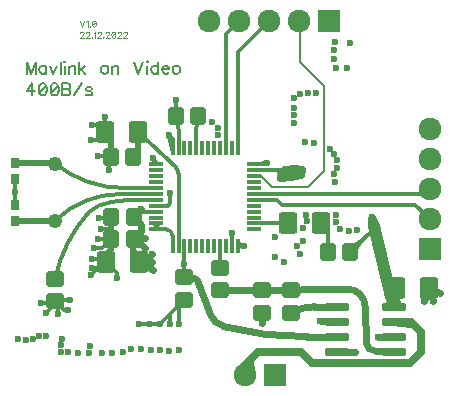
<source format=gbr>
G04 DipTrace 4.3.0.3*
G04 GTL.gbr*
%MOMM*%
G04 #@! TF.FileFunction,Copper,L1,Top*
G04 #@! TF.Part,Single*
%AMOUTLINE2*
4,1,28,
0.503,-0.65,
-0.503,-0.65,
-0.56693,-0.64158,
-0.6265,-0.61691,
-0.67766,-0.57766,
-0.71691,-0.5265,
-0.74158,-0.46693,
-0.75,-0.403,
-0.75,0.403,
-0.74158,0.46693,
-0.71691,0.5265,
-0.67766,0.57766,
-0.6265,0.61691,
-0.56693,0.64158,
-0.503,0.65,
0.503,0.65,
0.56693,0.64158,
0.6265,0.61691,
0.67766,0.57766,
0.71691,0.5265,
0.74158,0.46693,
0.75,0.403,
0.75,-0.403,
0.74158,-0.46693,
0.71691,-0.5265,
0.67766,-0.57766,
0.6265,-0.61691,
0.56693,-0.64158,
0.503,-0.65,
0*%
%AMOUTLINE4*
4,1,28,
-0.79999,-0.66002,
-0.80001,0.65998,
-0.79184,0.7221,
-0.76786,0.77998,
-0.72972,0.82969,
-0.68002,0.86783,
-0.62214,0.89181,
-0.56002,0.89999,
0.55998,0.90001,
0.6221,0.89184,
0.67998,0.86786,
0.72969,0.82972,
0.76783,0.78002,
0.79181,0.72213,
0.79999,0.66002,
0.80001,-0.65998,
0.79184,-0.7221,
0.76786,-0.77998,
0.72972,-0.82969,
0.68002,-0.86783,
0.62214,-0.89181,
0.56002,-0.89999,
-0.55998,-0.90001,
-0.6221,-0.89184,
-0.67998,-0.86786,
-0.72969,-0.82972,
-0.76783,-0.78002,
-0.79181,-0.72213,
-0.79999,-0.66002,
0*%
%AMOUTLINE6*
4,1,28,
-0.65,-0.503,
-0.65,0.503,
-0.64158,0.56693,
-0.61691,0.6265,
-0.57766,0.67766,
-0.5265,0.71691,
-0.46693,0.74158,
-0.403,0.75,
0.403,0.75,
0.46693,0.74158,
0.5265,0.71691,
0.57766,0.67766,
0.61691,0.6265,
0.64158,0.56693,
0.65,0.503,
0.65,-0.503,
0.64158,-0.56693,
0.61691,-0.6265,
0.57766,-0.67766,
0.5265,-0.71691,
0.46693,-0.74158,
0.403,-0.75,
-0.403,-0.75,
-0.46693,-0.74158,
-0.5265,-0.71691,
-0.57766,-0.67766,
-0.61691,-0.6265,
-0.64158,-0.56693,
-0.65,-0.503,
0*%
%AMOUTLINE8*
4,1,28,
0.8,0.66,
0.8,-0.66,
0.79182,-0.72212,
0.76785,-0.78,
0.72971,-0.82971,
0.68,-0.86785,
0.62212,-0.89182,
0.56,-0.9,
-0.56,-0.9,
-0.62212,-0.89182,
-0.68,-0.86785,
-0.72971,-0.82971,
-0.76785,-0.78,
-0.79182,-0.72212,
-0.8,-0.66,
-0.8,0.66,
-0.79182,0.72212,
-0.76785,0.78,
-0.72971,0.82971,
-0.68,0.86785,
-0.62212,0.89182,
-0.56,0.9,
0.56,0.9,
0.62212,0.89182,
0.68,0.86785,
0.72971,0.82971,
0.76785,0.78,
0.79182,0.72212,
0.8,0.66,
0*%
%AMOUTLINE10*
4,1,28,
-0.503,0.65,
0.503,0.65,
0.56693,0.64158,
0.6265,0.61691,
0.67766,0.57766,
0.71691,0.5265,
0.74158,0.46693,
0.75,0.403,
0.75,-0.403,
0.74158,-0.46693,
0.71691,-0.5265,
0.67766,-0.57766,
0.6265,-0.61691,
0.56693,-0.64158,
0.503,-0.65,
-0.503,-0.65,
-0.56693,-0.64158,
-0.6265,-0.61691,
-0.67766,-0.57766,
-0.71691,-0.5265,
-0.74158,-0.46693,
-0.75,-0.403,
-0.75,0.403,
-0.74158,0.46693,
-0.71691,0.5265,
-0.67766,0.57766,
-0.6265,0.61691,
-0.56693,0.64158,
-0.503,0.65,
0*%
%AMOUTLINE12*
4,1,28,
0.63,0.07,
0.63,-0.07,
0.62727,-0.09071,
0.61928,-0.11,
0.60657,-0.12657,
0.59,-0.13928,
0.57071,-0.14727,
0.55,-0.15,
-0.55,-0.15,
-0.57071,-0.14727,
-0.59,-0.13928,
-0.60657,-0.12657,
-0.61928,-0.11,
-0.62727,-0.09071,
-0.63,-0.07,
-0.63,0.07,
-0.62727,0.09071,
-0.61928,0.11,
-0.60657,0.12657,
-0.59,0.13928,
-0.57071,0.14727,
-0.55,0.15,
0.55,0.15,
0.57071,0.14727,
0.59,0.13928,
0.60657,0.12657,
0.61928,0.11,
0.62727,0.09071,
0.63,0.07,
0*%
%AMOUTLINE14*
4,1,28,
-0.07,0.63,
0.07,0.63,
0.09071,0.62727,
0.11,0.61928,
0.12657,0.60657,
0.13928,0.59,
0.14727,0.57071,
0.15,0.55,
0.15,-0.55,
0.14727,-0.57071,
0.13928,-0.59,
0.12657,-0.60657,
0.11,-0.61928,
0.09071,-0.62727,
0.07,-0.63,
-0.07,-0.63,
-0.09071,-0.62727,
-0.11,-0.61928,
-0.12657,-0.60657,
-0.13928,-0.59,
-0.14727,-0.57071,
-0.15,-0.55,
-0.15,0.55,
-0.14727,0.57071,
-0.13928,0.59,
-0.12657,0.60657,
-0.11,0.61928,
-0.09071,0.62727,
-0.07,0.63,
0*%
%AMOUTLINE16*
4,1,28,
-0.63,-0.07,
-0.63,0.07,
-0.62727,0.09071,
-0.61928,0.11,
-0.60657,0.12657,
-0.59,0.13928,
-0.57071,0.14727,
-0.55,0.15,
0.55,0.15,
0.57071,0.14727,
0.59,0.13928,
0.60657,0.12657,
0.61928,0.11,
0.62727,0.09071,
0.63,0.07,
0.63,-0.07,
0.62727,-0.09071,
0.61928,-0.11,
0.60657,-0.12657,
0.59,-0.13928,
0.57071,-0.14727,
0.55,-0.15,
-0.55,-0.15,
-0.57071,-0.14727,
-0.59,-0.13928,
-0.60657,-0.12657,
-0.61928,-0.11,
-0.62727,-0.09071,
-0.63,-0.07,
0*%
%AMOUTLINE18*
4,1,28,
0.07,-0.63,
-0.07,-0.63,
-0.09071,-0.62727,
-0.11,-0.61928,
-0.12657,-0.60657,
-0.13928,-0.59,
-0.14727,-0.57071,
-0.15,-0.55,
-0.15,0.55,
-0.14727,0.57071,
-0.13928,0.59,
-0.12657,0.60657,
-0.11,0.61928,
-0.09071,0.62727,
-0.07,0.63,
0.07,0.63,
0.09071,0.62727,
0.11,0.61928,
0.12657,0.60657,
0.13928,0.59,
0.14727,0.57071,
0.15,0.55,
0.15,-0.55,
0.14727,-0.57071,
0.13928,-0.59,
0.12657,-0.60657,
0.11,-0.61928,
0.09071,-0.62727,
0.07,-0.63,
0*%
%AMOUTLINE20*
4,1,28,
1.035,0.165,
1.035,-0.165,
1.02955,-0.20641,
1.01356,-0.245,
0.98814,-0.27814,
0.955,-0.30356,
0.91641,-0.31955,
0.875,-0.325,
-0.875,-0.325,
-0.91641,-0.31955,
-0.955,-0.30356,
-0.98814,-0.27814,
-1.01356,-0.245,
-1.02955,-0.20641,
-1.035,-0.165,
-1.035,0.165,
-1.02955,0.20641,
-1.01356,0.245,
-0.98814,0.27814,
-0.955,0.30356,
-0.91641,0.31955,
-0.875,0.325,
0.875,0.325,
0.91641,0.31955,
0.955,0.30356,
0.98814,0.27814,
1.01356,0.245,
1.02955,0.20641,
1.035,0.165,
0*%
%AMOUTLINE22*
4,1,28,
-1.035,-0.165,
-1.035,0.165,
-1.02955,0.20641,
-1.01356,0.245,
-0.98814,0.27814,
-0.955,0.30356,
-0.91641,0.31955,
-0.875,0.325,
0.875,0.325,
0.91641,0.31955,
0.955,0.30356,
0.98814,0.27814,
1.01356,0.245,
1.02955,0.20641,
1.035,0.165,
1.035,-0.165,
1.02955,-0.20641,
1.01356,-0.245,
0.98814,-0.27814,
0.955,-0.30356,
0.91641,-0.31955,
0.875,-0.325,
-0.875,-0.325,
-0.91641,-0.31955,
-0.955,-0.30356,
-0.98814,-0.27814,
-1.01356,-0.245,
-1.02955,-0.20641,
-1.035,-0.165,
0*%
G04 #@! TA.AperFunction,Conductor*
%ADD15C,0.35*%
%ADD16C,0.3*%
G04 #@! TA.AperFunction,ViaPad*
%ADD17C,0.6*%
G04 #@! TA.AperFunction,Conductor*
%ADD18C,1.0*%
%ADD20C,0.65*%
%ADD23C,0.7*%
%ADD24C,0.5*%
%ADD25C,0.203*%
%ADD26C,0.4*%
%ADD32R,0.7X0.9*%
G04 #@! TA.AperFunction,ComponentPad*
%ADD33R,1.92X1.92*%
%ADD34C,1.92*%
%ADD39C,1.2192*%
%ADD55C,0.15686*%
%ADD56C,0.07843*%
%ADD59OUTLINE2*%
%ADD61OUTLINE4*%
%ADD63OUTLINE6*%
%ADD65OUTLINE8*%
%ADD67OUTLINE10*%
%ADD69OUTLINE12*%
%ADD71OUTLINE14*%
%ADD73OUTLINE16*%
%ADD75OUTLINE18*%
%ADD77OUTLINE20*%
%ADD79OUTLINE22*%
%FSLAX35Y35*%
G04*
G71*
G90*
G75*
G01*
G04 Top*
%LPD*%
G36*
X3200507Y3185000D2*
X3217990Y3198055D1*
X3220681Y3199380D1*
X3234099Y3159580D1*
X3231407Y3158256D1*
X3220072Y3155083D1*
X3200507Y3185000D1*
G37*
G36*
X3211804Y3156577D2*
X3196586Y3184151D1*
X3195086Y3184138D1*
X3198576Y3159255D1*
X3200076Y3159268D1*
X3203500Y3165738D1*
X3211804Y3156577D1*
G37*
G36*
X3233296Y3167534D2*
X3235762Y3182123D1*
Y3183623D1*
X3202500Y3185000D1*
X3201000D1*
X3233296Y3167534D1*
G37*
X3245000Y3185000D2*
D15*
X3218500D1*
D16*
Y3170000D1*
X3138000D1*
G36*
X3007067Y2497000D2*
X3034470Y2501875D1*
X3037467Y2501735D1*
X3035716Y2459771D1*
X3032719Y2459911D1*
X3007067Y2467000D1*
Y2497000D1*
G37*
G36*
X3013687Y2477428D2*
Y2519235D1*
X3015000Y2519959D1*
X3043516Y2495598D1*
X3013687Y2477428D1*
G37*
G36*
X2998850Y2467044D2*
X3031158Y2464552D1*
X3032658D1*
Y2499448D1*
X3031158D1*
X2998850Y2496956D1*
Y2467044D1*
G37*
X3055000Y2480000D2*
D15*
X3034500D1*
X3032500Y2482000D1*
D16*
X3000000D1*
G36*
X2429986Y3424763D2*
X2460021Y3370408D1*
X2460556Y3369006D1*
X2435535Y3268404D1*
X2435000Y3269805D1*
X2405237Y3400014D1*
X2429986Y3424763D1*
G37*
G36*
X2433567Y3372901D2*
X2416966Y3385065D1*
X2415655Y3387762D1*
X2443657Y3419065D1*
X2444969Y3416367D1*
X2444623Y3406000D1*
X2433567Y3372901D1*
G37*
G36*
X2464983Y3335287D2*
X2467480Y3387668D1*
Y3389168D1*
X2432520D1*
Y3387668D1*
X2435017Y3335287D1*
X2464983D1*
G37*
X2450000Y3308000D2*
D16*
Y3388500D1*
D15*
X2441500D1*
X2415000Y3415000D1*
G36*
X2297000Y3185863D2*
X2279331Y3190007D1*
X2276954Y3191837D1*
X2307596Y3220561D1*
X2309973Y3218731D1*
X2325319Y3189900D1*
X2297000Y3185863D1*
G37*
G36*
X2297626Y3222123D2*
X2324582Y3185000D1*
X2324946Y3183545D1*
X2271517D1*
X2271153Y3185000D1*
X2272877Y3197374D1*
X2297626Y3222123D1*
G37*
G36*
X2326730Y3167167D2*
X2329185Y3179695D1*
Y3181195D1*
X2294815D1*
Y3179695D1*
X2297270Y3167167D1*
X2326730D1*
G37*
X2280000Y3220000D2*
D15*
Y3215000D1*
X2312000Y3183000D1*
D16*
Y3170000D1*
G36*
X4117500Y2677000D2*
X4114000Y2703576D1*
Y2706576D1*
X4156000D1*
Y2703576D1*
X4152500Y2677000D1*
X4117500D1*
G37*
G36*
X4054158Y2504409D2*
X4020000Y2445388D1*
X4015404Y2440792D1*
X3983071Y2500404D1*
X3987667Y2505000D1*
X4029409Y2529158D1*
X4054158Y2504409D1*
G37*
X4135000Y2725000D2*
D15*
Y2610000D1*
X3955000Y2430000D1*
G36*
X4334279Y2053386D2*
X4367897Y1998000D1*
X4368190Y1994763D1*
X4256258D1*
X4255965Y1998000D1*
X4271174Y2037807D1*
X4334279Y2053386D1*
G37*
G36*
X4105000Y2725089D2*
X4104174Y2647481D1*
X4104893Y2644569D1*
X4199079Y2667820D1*
X4198360Y2670733D1*
X4161512Y2739040D1*
X4105000Y2725089D1*
G37*
G36*
X4354982Y1966573D2*
X4352699Y2047247D1*
X4351920Y2050402D1*
X4256948Y2026956D1*
X4257727Y2023801D1*
X4293250Y1951333D1*
X4354982Y1966573D1*
G37*
G36*
D2*
X4352699Y2047247D1*
X4351920Y2050402D1*
X4256948Y2026956D1*
X4257727Y2023801D1*
X4293250Y1951333D1*
X4354982Y1966573D1*
G37*
X4135000Y2725000D2*
D17*
X4154173Y2647333D1*
D18*
X4302727Y2045597D1*
D20*
X4322500Y1965500D1*
G36*
X4362744Y2054242D2*
X4384703Y1998000D1*
X4384547Y1994754D1*
X4271090D1*
X4271246Y1998000D1*
X4303125Y2060995D1*
X4362744Y2054242D1*
G37*
X4340000Y2120000D2*
D17*
X4322500Y1965500D1*
X2650000Y3308000D2*
D16*
Y3388500D1*
D15*
Y3475000D1*
G02X2665000Y3580000I264630J15767D01*
G01*
G36*
X2464564Y2585543D2*
X2464999Y2537093D1*
X2450000Y2482000D1*
X2450780Y2543719D1*
X2450000Y2545000D1*
X2431006Y2575601D1*
X2464564Y2585543D1*
G37*
G36*
X2464983Y2509287D2*
X2467480Y2561668D1*
Y2563168D1*
X2432520D1*
Y2561668D1*
X2435017Y2509287D1*
X2464983D1*
G37*
G36*
X2377500Y2605000D2*
Y2620000D1*
X2379000D1*
X2395000Y2636000D1*
Y2635000D1*
X2377500Y2605000D1*
G37*
X2450000Y2482000D2*
D16*
Y2562500D1*
D15*
G03X2395000Y2620000I-55018J2428D01*
G01*
D16*
X2312000D1*
G36*
X2297000Y2625000D2*
X2282000Y2655000D1*
Y2656500D1*
X2342000D1*
Y2655000D1*
X2327000Y2625000D1*
X2297000D1*
G37*
G36*
X2327000Y2665000D2*
X2342000Y2635000D1*
Y2633500D1*
X2282000D1*
Y2635000D1*
X2297000Y2665000D1*
X2327000D1*
G37*
X2312000Y2670000D2*
D16*
Y2620000D1*
X2500000Y2482000D2*
Y2562500D1*
D15*
Y3085000D1*
G03X2475000Y3145000I-84463J15D01*
G01*
X2159973Y3447073D1*
D24*
Y3279973D1*
X2115000Y3235000D1*
X3000000Y3308000D2*
D16*
Y3388500D1*
D15*
Y4118000D1*
X3267000Y4385000D1*
X3138000Y3070000D2*
D25*
X3200000D1*
X3290000Y2980000D1*
X3600000D1*
X3730000Y3110000D1*
Y3830000D1*
X3525000Y4035000D1*
Y4381000D1*
X3521000Y4385000D1*
X2900000Y3308000D2*
D16*
Y3388500D1*
D15*
Y4272000D1*
X3013000Y4385000D1*
X2500000Y3308000D2*
D16*
Y3388500D1*
D15*
Y3465000D1*
G03X2475000Y3580000I-203834J15906D01*
G01*
X1885000Y2340000D2*
D24*
Y2405000D1*
X1925000Y2445000D1*
Y2535000D1*
X1930000Y2540000D1*
Y2625000D1*
Y2725000D1*
X1925000Y3235000D2*
Y3402047D1*
X1879973Y3447073D1*
X2430000Y2925000D2*
D15*
Y2840000D1*
X2410000Y2820000D1*
X2392500D1*
D16*
X2312000D1*
X2475000Y3715000D2*
D15*
Y3580000D1*
X1880000Y3570000D2*
Y3447100D1*
X1879973Y3447073D1*
X1765000Y3500000D2*
X1827047D1*
X1879973Y3447073D1*
X1760000Y3380000D2*
X1812900D1*
X1879973Y3447073D1*
X1820000Y3240000D2*
X1925000D1*
Y3235000D1*
X1910000Y3125000D2*
Y3220000D1*
X1925000Y3235000D1*
X1115000Y2940000D2*
Y3050000D1*
Y2940000D2*
Y2825000D1*
X1825000Y2715000D2*
X1920000D1*
X1930000Y2725000D1*
X1840000Y2625000D2*
X1930000D1*
X1820000Y2535000D2*
X1925000D1*
X1930000Y2540000D1*
X1780000Y2460000D2*
X1850000D1*
X1930000Y2540000D1*
X1770000Y2365000D2*
X1860000D1*
X1885000Y2340000D1*
X1765000Y2295000D2*
X1840000D1*
X1885000Y2340000D1*
X1760000Y2230000D2*
X1870000Y2340000D1*
X1885000D1*
X1975000Y2210000D2*
Y2250000D1*
X1885000Y2340000D1*
X2425000Y1815000D2*
Y1900000D1*
X2550000Y2025000D1*
X2505000Y1815000D2*
Y1980000D1*
X2550000Y2025000D1*
X2345000Y1815000D2*
Y1820000D1*
X2550000Y2025000D1*
X1335000Y2000000D2*
X1445000D1*
X1455000Y2010000D1*
X1380000Y1915000D2*
X1455000Y1990000D1*
Y2010000D1*
X1480000Y1905000D2*
Y1985000D1*
X1455000Y2010000D1*
X1565000Y1935000D2*
X1530000D1*
X1455000Y2010000D1*
X1580000Y2020000D2*
X1465000D1*
X1455000Y2010000D1*
X2950000Y2590000D2*
D16*
Y2482000D1*
X3360000Y3110000D2*
D15*
Y3120000D1*
X3218500D1*
D16*
X3138000D1*
X3360000Y3110000D2*
D15*
Y3055000D1*
X2255000Y1815000D2*
X2345000D1*
X2165000D2*
X2255000D1*
X3700000Y1840000D2*
D26*
X3705000D1*
D17*
X3836000D1*
X3837500Y1838500D1*
X4190000Y1710000D2*
X4321000D1*
X4322500Y1711500D1*
X3995000Y1580000D2*
X3842000D1*
X3837500Y1584500D1*
X3205000Y1825000D2*
Y1915000D1*
X4580000Y2010000D2*
X4620000Y2120000D1*
X4655000Y2010000D2*
X4620000Y2120000D1*
X4715000Y2085000D2*
X4620000Y2120000D1*
X3360000Y3055000D2*
X3440000Y3060000D1*
X3540000Y3080000D1*
X3545000Y3135000D1*
X3480000Y3140000D1*
X3410000Y3135000D1*
X3391667Y3127950D1*
D26*
X3360000Y3110000D1*
X3440000Y3060000D2*
D17*
X3410000Y3135000D1*
X3480000Y3140000D2*
X3440000Y3060000D1*
X3540000Y3080000D2*
X3480000Y3140000D1*
X3360000Y3055000D2*
X3410000Y3135000D1*
X3138000Y2670000D2*
D16*
X3218500D1*
D15*
X3430000D1*
X3138000Y2920000D2*
D16*
X3218500D1*
D15*
X4587000D1*
X4625000Y2958000D1*
X3138000Y2870000D2*
D16*
X3218500D1*
D15*
X3335000D1*
X3375000Y2830000D1*
X4499000D1*
X4625000Y2704000D1*
X2312000Y2870000D2*
D16*
X2231500D1*
D15*
X2170000D1*
X2040000Y2865000D1*
G03X1820000Y2820000I26523J-689946D01*
G01*
G03X1740000Y2765000I73657J-192819D01*
G01*
G03X1455000Y2200000I902172J-809458D01*
G01*
X2312000Y2970000D2*
D16*
X2231500D1*
D15*
X2040000D1*
G02X1455000Y3176300I-17J932536D01*
G01*
X1115000Y3180000D2*
D24*
X1455000D1*
Y3176300D1*
X2312000Y2920000D2*
D16*
X2231500D1*
D15*
X2010000D1*
G03X1455000Y2693700I-15J-793681D01*
G01*
X1115000Y2695000D2*
D24*
X1455000D1*
Y2693700D1*
X2850000Y2482000D2*
D16*
Y2401527D1*
D15*
Y2295000D1*
X2855000D1*
X2165000Y2340000D2*
D24*
Y2390000D1*
X2115000Y2440000D1*
Y2535000D1*
X2120000Y2540000D1*
X2312000Y2770000D2*
D16*
X2231500D1*
D15*
X2165000D1*
X2120000Y2725000D1*
X2185000Y2795000D2*
D17*
X2138430Y2748430D1*
D18*
Y2743430D1*
X2120000Y2725000D1*
X2220000Y2545000D2*
D17*
X2155000D1*
D23*
X2125000D1*
X2120000Y2540000D1*
X2215000Y2465000D2*
D17*
X2169037Y2510963D1*
D23*
X2149037D1*
X2120000Y2540000D1*
X2275000Y2415000D2*
D17*
X2229037Y2369037D1*
D23*
X2194037D1*
X2165000Y2340000D1*
X2275000Y2345000D2*
D17*
X2210000D1*
D23*
X2170000D1*
X2165000Y2340000D1*
X2280000Y2275000D2*
D17*
X2234037Y2320963D1*
D23*
X2184037D1*
X2165000Y2340000D1*
X2185000Y2630000D2*
D17*
Y2605000D1*
X2120000Y2540000D1*
X2185000Y2630000D2*
Y2660000D1*
X2120000Y2725000D1*
X2550000Y2215000D2*
D15*
Y2330000D1*
Y2401500D1*
D16*
Y2482000D1*
Y2330000D2*
D15*
Y2201523D1*
Y2215000D1*
Y2330000D2*
D3*
Y2215000D2*
X2525000Y2190000D1*
X2561523D1*
X2550000Y2201523D1*
X3837500Y1711500D2*
D17*
X3590000D1*
G02X2890000Y1795000I-33455J2695420D01*
G01*
G02X2765000Y1905000I44673J176787D01*
G01*
X2660000Y2190000D1*
G03X2645000Y2200000I-14344J-5267D01*
G01*
G02X2550000Y2215000I-10188J243806D01*
G01*
X3837500Y1965500D2*
X3650000D1*
G03X3455000Y1915000I4153J-417770D01*
G01*
G36*
X4467634Y1787869D2*
X4233825Y1806043D1*
X4322500Y1838500D1*
X4414915Y1870227D1*
X4517131Y1837366D1*
X4467634Y1787869D1*
G37*
G36*
X3136354Y1496857D2*
X3151452Y1428749D1*
X3149856Y1419283D1*
X3022372Y1461843D1*
X3023968Y1471310D1*
X3043174Y1502480D1*
X3136354Y1496857D1*
G37*
X4322500Y1838500D2*
D23*
X4466500D1*
X4555000Y1750000D1*
Y1585000D1*
X4460000Y1490000D1*
X3630000D1*
X3535000Y1585000D1*
X3175000D1*
X3070000Y1480000D1*
Y1389000D1*
X3066000Y1385000D1*
X2855000Y2105000D2*
D17*
X3455000D1*
X3610513Y2112027D1*
X3930000Y2115000D1*
G02X4080000Y1965000I1398J-148602D01*
G01*
X4090000Y1660000D1*
G03X4165000Y1590000I72364J2354D01*
G01*
G02X4322500Y1584500I39895J-1115419D01*
G01*
X3455000Y2105000D2*
D3*
X3205000D2*
X3455000D1*
X3710000Y2670000D2*
D15*
X3765000D1*
Y2430000D1*
D17*
X3245000Y3185000D3*
X3055000Y2480000D3*
X2415000Y3415000D3*
X2280000Y3220000D3*
X2220000Y2545000D3*
X2215000Y2465000D3*
X2275000Y2415000D3*
Y2345000D3*
X2280000Y2275000D3*
X2185000Y2630000D3*
Y2795000D3*
X2475000Y3715000D3*
X1880000Y3570000D3*
X1765000Y3500000D3*
X1760000Y3380000D3*
X1820000Y3240000D3*
X1910000Y3125000D3*
X2430000Y2925000D3*
X1115000Y2940000D3*
X1770000Y2365000D3*
X1765000Y2295000D3*
X1760000Y2230000D3*
X1780000Y2460000D3*
X1820000Y2535000D3*
X1840000Y2625000D3*
X1825000Y2715000D3*
X4190000Y1710000D3*
X3995000Y1580000D3*
X1975000Y2210000D3*
X2165000Y1815000D3*
X2255000D3*
X2505000D3*
X2425000D3*
X2345000D3*
X3700000Y1840000D3*
X3540000Y3080000D3*
X3440000Y3060000D3*
X3360000Y3055000D3*
X1335000Y2000000D3*
X1380000Y1915000D3*
X1480000Y1905000D3*
X1565000Y1935000D3*
X1580000Y2020000D3*
X3205000Y1825000D3*
X4580000Y2010000D3*
X4655000D3*
X2785000Y3525000D3*
X2830000Y3480000D3*
X2835000Y3420000D3*
X3665000Y3775000D3*
X3600000D3*
X3530000Y3770000D3*
X3480000Y3730000D3*
X3475000Y3650000D3*
X3480000Y3585000D3*
Y3520000D3*
X4715000Y2085000D3*
X3570000Y3360000D3*
X3650000Y3350000D3*
X3785000Y3300000D3*
X3820000Y3260000D3*
X3845000Y3210000D3*
X3840000Y3140000D3*
X3820000Y3085000D3*
X3825000Y3025000D3*
X3835000Y2745000D3*
Y2685000D3*
X3865000Y2625000D3*
X3940000Y2610000D3*
X4010000Y2615000D3*
X3925000Y3990000D3*
X3830000D3*
X3950000Y4200000D3*
X3815000Y4065000D3*
Y4140000D3*
X3825000Y4210000D3*
X3410000Y3135000D3*
X3480000Y3140000D3*
X3545000Y3135000D3*
X3580000Y2745000D3*
X3585000Y2690000D3*
X3555000Y2635000D3*
X3320000Y2555000D3*
X3550000Y2525000D3*
X3500000Y2480000D3*
X3525000Y2410000D3*
X3390000Y2345000D3*
X3320000Y2385000D3*
X1140000Y1695000D3*
X1210000Y1685000D3*
X1265000Y1695000D3*
X1320000Y1720000D3*
X1380000D3*
X1515000Y1695000D3*
X1505000Y1640000D3*
Y1580000D3*
X1565000Y1585000D3*
X1645000Y1575000D3*
X1740000Y1570000D3*
X1750000Y1635000D3*
X1855000Y1575000D3*
X1940000D3*
X2030000Y1585000D3*
X2100000Y1605000D3*
X2180000D3*
X2265000Y1600000D3*
X2340000D3*
X2420000Y1590000D3*
X2500000Y1600000D3*
X2950000Y2590000D3*
X3360000Y3110000D3*
X4135000Y2725000D3*
X2550000Y2330000D3*
D59*
X1455000Y2010000D3*
Y2200000D3*
D63*
X1930000Y2725000D3*
X2120000D3*
X1930000Y2540000D3*
X2120000D3*
D61*
X1885000Y2340000D3*
X2165000D3*
X1879973Y3447073D3*
X2159973D3*
D63*
X1925000Y3235000D3*
X2115000D3*
D61*
X4340000Y2120000D3*
X4620000D3*
D32*
X1115000Y2825000D3*
Y2695000D3*
Y3050000D3*
Y3180000D3*
D65*
X3710000Y2670000D3*
X3430000D3*
D33*
X3775000Y4385000D3*
D34*
X3521000D3*
X3267000D3*
X3013000D3*
X2759000D3*
D33*
X4625000Y2450000D3*
D34*
Y2704000D3*
Y2958000D3*
Y3212000D3*
Y3466000D3*
D63*
X2475000Y3580000D3*
X2665000D3*
D59*
X2550000Y2025000D3*
Y2215000D3*
D67*
X2855000Y2295000D3*
Y2105000D3*
D59*
X3455000Y1915000D3*
Y2105000D3*
X3205000Y1915000D3*
Y2105000D3*
D63*
X3765000Y2430000D3*
X3955000D3*
D69*
X2312000Y3170000D3*
Y3120000D3*
Y3070000D3*
Y3020000D3*
Y2970000D3*
Y2920000D3*
Y2870000D3*
Y2820000D3*
Y2770000D3*
Y2720000D3*
Y2670000D3*
Y2620000D3*
D71*
X2450000Y2482000D3*
X2500000D3*
X2550000D3*
X2600000D3*
X2650000D3*
X2700000D3*
X2750000D3*
X2800000D3*
X2850000D3*
X2900000D3*
X2950000D3*
X3000000D3*
D73*
X3138000Y2620000D3*
Y2670000D3*
Y2720000D3*
Y2770000D3*
Y2820000D3*
Y2870000D3*
Y2920000D3*
Y2970000D3*
Y3020000D3*
Y3070000D3*
Y3120000D3*
Y3170000D3*
D75*
X3000000Y3308000D3*
X2950000D3*
X2900000D3*
X2850000D3*
X2800000D3*
X2750000D3*
X2700000D3*
X2650000D3*
X2600000D3*
X2550000D3*
X2500000D3*
X2450000D3*
D77*
X3837500Y1965500D3*
Y1838500D3*
Y1711500D3*
Y1584500D3*
D79*
X4322500D3*
Y1711500D3*
Y1838500D3*
Y1965500D3*
D33*
X3320000Y1385000D3*
D34*
X3066000D3*
D39*
X1455000Y2693700D3*
Y3176300D3*
X1290560Y3938452D2*
D55*
Y4040540D1*
X1251702Y3938452D1*
X1212843Y4040540D1*
Y3938452D1*
X1380220Y4006511D2*
Y3938452D1*
Y3991911D2*
X1370562Y4001681D1*
X1360791Y4006511D1*
X1346303D1*
X1336533Y4001681D1*
X1326874Y3991911D1*
X1321933Y3977311D1*
Y3967652D1*
X1326874Y3953052D1*
X1336533Y3943394D1*
X1346303Y3938452D1*
X1360791D1*
X1370562Y3943394D1*
X1380220Y3953052D1*
X1411593Y4006511D2*
X1440793Y3938452D1*
X1469881Y4006511D1*
X1501253Y4040540D2*
Y3938452D1*
X1532626Y4040540D2*
X1537455Y4035711D1*
X1542396Y4040540D1*
X1537455Y4045481D1*
X1532626Y4040540D1*
X1537455Y4006511D2*
Y3938452D1*
X1573769Y4006511D2*
Y3938452D1*
Y3987081D2*
X1588369Y4001681D1*
X1598140Y4006511D1*
X1612627D1*
X1622398Y4001681D1*
X1627227Y3987081D1*
Y3938452D1*
X1658600Y4040540D2*
Y3938452D1*
X1707229Y4006511D2*
X1658600Y3957881D1*
X1678029Y3977311D2*
X1712058Y3938452D1*
X1866447Y4006511D2*
X1856788Y4001681D1*
X1847017Y3991911D1*
X1842188Y3977311D1*
Y3967652D1*
X1847017Y3953052D1*
X1856788Y3943394D1*
X1866447Y3938452D1*
X1881047D1*
X1890817Y3943394D1*
X1900476Y3953052D1*
X1905417Y3967652D1*
Y3977311D1*
X1900476Y3991911D1*
X1890817Y4001681D1*
X1881047Y4006511D1*
X1866447D1*
X1936790D2*
Y3938452D1*
Y3987081D2*
X1951390Y4001681D1*
X1961161Y4006511D1*
X1975648D1*
X1985419Y4001681D1*
X1990248Y3987081D1*
Y3938452D1*
X2120378Y4040540D2*
X2159237Y3938452D1*
X2198095Y4040540D1*
X2229468D2*
X2234297Y4035711D1*
X2239238Y4040540D1*
X2234297Y4045481D1*
X2229468Y4040540D1*
X2234297Y4006511D2*
Y3938452D1*
X2328899Y4040540D2*
Y3938452D1*
Y3991911D2*
X2319240Y4001681D1*
X2309469Y4006511D1*
X2294869D1*
X2285211Y4001681D1*
X2275440Y3991911D1*
X2270611Y3977311D1*
Y3967652D1*
X2275440Y3953052D1*
X2285211Y3943394D1*
X2294869Y3938452D1*
X2309469D1*
X2319240Y3943394D1*
X2328899Y3953052D1*
X2360271Y3977311D2*
X2418559D1*
Y3987081D1*
X2413730Y3996852D1*
X2408900Y4001681D1*
X2399130Y4006511D1*
X2384530D1*
X2374871Y4001681D1*
X2365100Y3991911D1*
X2360271Y3977311D1*
Y3967652D1*
X2365100Y3953052D1*
X2374871Y3943394D1*
X2384530Y3938452D1*
X2399130D1*
X2408900Y3943394D1*
X2418559Y3953052D1*
X2474190Y4006511D2*
X2464531Y4001681D1*
X2454761Y3991911D1*
X2449931Y3977311D1*
Y3967652D1*
X2454761Y3953052D1*
X2464531Y3943394D1*
X2474190Y3938452D1*
X2488790D1*
X2498561Y3943394D1*
X2508219Y3953052D1*
X2513161Y3967652D1*
Y3977311D1*
X2508219Y3991911D1*
X2498561Y4001681D1*
X2488790Y4006511D1*
X2474190D1*
X1261472Y3753478D2*
Y3855453D1*
X1212843Y3787507D1*
X1285731D1*
X1346303Y3855453D2*
X1331703Y3850624D1*
X1321933Y3836024D1*
X1317103Y3811765D1*
Y3797165D1*
X1321933Y3772907D1*
X1331703Y3758307D1*
X1346303Y3753478D1*
X1355962D1*
X1370562Y3758307D1*
X1380220Y3772907D1*
X1385162Y3797165D1*
Y3811765D1*
X1380220Y3836024D1*
X1370562Y3850624D1*
X1355962Y3855453D1*
X1346303D1*
X1380220Y3836024D2*
X1321933Y3772907D1*
X1445734Y3855453D2*
X1431134Y3850624D1*
X1421364Y3836024D1*
X1416534Y3811765D1*
Y3797165D1*
X1421364Y3772907D1*
X1431134Y3758307D1*
X1445734Y3753478D1*
X1455393D1*
X1469993Y3758307D1*
X1479651Y3772907D1*
X1484593Y3797165D1*
Y3811765D1*
X1479651Y3836024D1*
X1469993Y3850624D1*
X1455393Y3855453D1*
X1445734D1*
X1479651Y3836024D2*
X1421364Y3772907D1*
X1515965Y3855565D2*
Y3753478D1*
X1559765D1*
X1574365Y3758419D1*
X1579195Y3763248D1*
X1584024Y3772907D1*
Y3787507D1*
X1579195Y3797278D1*
X1574365Y3802107D1*
X1559765Y3806936D1*
X1574365Y3811878D1*
X1579195Y3816707D1*
X1584024Y3826365D1*
Y3836136D1*
X1579195Y3845795D1*
X1574365Y3850736D1*
X1559765Y3855565D1*
X1515965D1*
Y3806936D2*
X1559765D1*
X1615396Y3753478D2*
X1683455Y3855453D1*
X1768286Y3806936D2*
X1763457Y3816707D1*
X1748857Y3821536D1*
X1734257D1*
X1719657Y3816707D1*
X1714827Y3806936D1*
X1719657Y3797278D1*
X1729427Y3792336D1*
X1753686Y3787507D1*
X1763457Y3782678D1*
X1768286Y3772907D1*
Y3768078D1*
X1763457Y3758419D1*
X1748857Y3753478D1*
X1734257D1*
X1719657Y3758419D1*
X1714827Y3768078D1*
X1663922Y4387770D2*
D56*
X1683351Y4336726D1*
X1702780Y4387770D1*
X1718466Y4377999D2*
X1723352Y4380470D1*
X1730652Y4387714D1*
Y4336726D1*
X1748753Y4341612D2*
X1746338Y4339141D1*
X1748753Y4336726D1*
X1751223Y4339141D1*
X1748753Y4341612D1*
X1781510Y4387714D2*
X1774210Y4385299D1*
X1769324Y4377999D1*
X1766910Y4365870D1*
Y4358570D1*
X1769324Y4346441D1*
X1774210Y4339141D1*
X1781510Y4336726D1*
X1786339D1*
X1793639Y4339141D1*
X1798468Y4346441D1*
X1800939Y4358570D1*
Y4365870D1*
X1798468Y4377999D1*
X1793639Y4385299D1*
X1786339Y4387714D1*
X1781510D1*
X1798468Y4377999D2*
X1769324Y4346441D1*
X1666392Y4283097D2*
Y4285512D1*
X1668807Y4290397D1*
X1671222Y4292812D1*
X1676107Y4295227D1*
X1685822D1*
X1690651Y4292812D1*
X1693065Y4290397D1*
X1695536Y4285512D1*
Y4280683D1*
X1693065Y4275797D1*
X1688236Y4268553D1*
X1663922Y4244239D1*
X1697951D1*
X1716108Y4283097D2*
Y4285512D1*
X1718522Y4290397D1*
X1720937Y4292812D1*
X1725822Y4295227D1*
X1735537D1*
X1740366Y4292812D1*
X1742781Y4290397D1*
X1745252Y4285512D1*
Y4280683D1*
X1742781Y4275797D1*
X1737952Y4268553D1*
X1713637Y4244239D1*
X1747666D1*
X1765767Y4249124D2*
X1763353Y4246653D1*
X1765767Y4244239D1*
X1768238Y4246653D1*
X1765767Y4249124D1*
X1783924Y4285512D2*
X1788810Y4287983D1*
X1796110Y4295227D1*
Y4244239D1*
X1814267Y4283097D2*
Y4285512D1*
X1816681Y4290397D1*
X1819096Y4292812D1*
X1823981Y4295227D1*
X1833696D1*
X1838525Y4292812D1*
X1840940Y4290397D1*
X1843411Y4285512D1*
Y4280683D1*
X1840940Y4275797D1*
X1836111Y4268553D1*
X1811796Y4244239D1*
X1845825D1*
X1863926Y4249124D2*
X1861511Y4246653D1*
X1863926Y4244239D1*
X1866397Y4246653D1*
X1863926Y4249124D1*
X1884554Y4283097D2*
Y4285512D1*
X1886968Y4290397D1*
X1889383Y4292812D1*
X1894268Y4295227D1*
X1903983D1*
X1908812Y4292812D1*
X1911227Y4290397D1*
X1913698Y4285512D1*
Y4280683D1*
X1911227Y4275797D1*
X1906398Y4268553D1*
X1882083Y4244239D1*
X1916112D1*
X1946399Y4295227D2*
X1939099Y4292812D1*
X1934213Y4285512D1*
X1931799Y4273383D1*
Y4266083D1*
X1934213Y4253953D1*
X1939099Y4246653D1*
X1946399Y4244239D1*
X1951228D1*
X1958528Y4246653D1*
X1963357Y4253953D1*
X1965828Y4266083D1*
Y4273383D1*
X1963357Y4285512D1*
X1958528Y4292812D1*
X1951228Y4295227D1*
X1946399D1*
X1963357Y4285512D2*
X1934213Y4253953D1*
X1983985Y4283097D2*
Y4285512D1*
X1986399Y4290397D1*
X1988814Y4292812D1*
X1993699Y4295227D1*
X2003414D1*
X2008243Y4292812D1*
X2010658Y4290397D1*
X2013129Y4285512D1*
Y4280683D1*
X2010658Y4275797D1*
X2005829Y4268553D1*
X1981514Y4244239D1*
X2015543D1*
X2033700Y4283097D2*
Y4285512D1*
X2036115Y4290397D1*
X2038530Y4292812D1*
X2043415Y4295227D1*
X2053130D1*
X2057959Y4292812D1*
X2060373Y4290397D1*
X2062844Y4285512D1*
Y4280683D1*
X2060373Y4275797D1*
X2055544Y4268553D1*
X2031230Y4244239D1*
X2065259D1*
M02*

</source>
